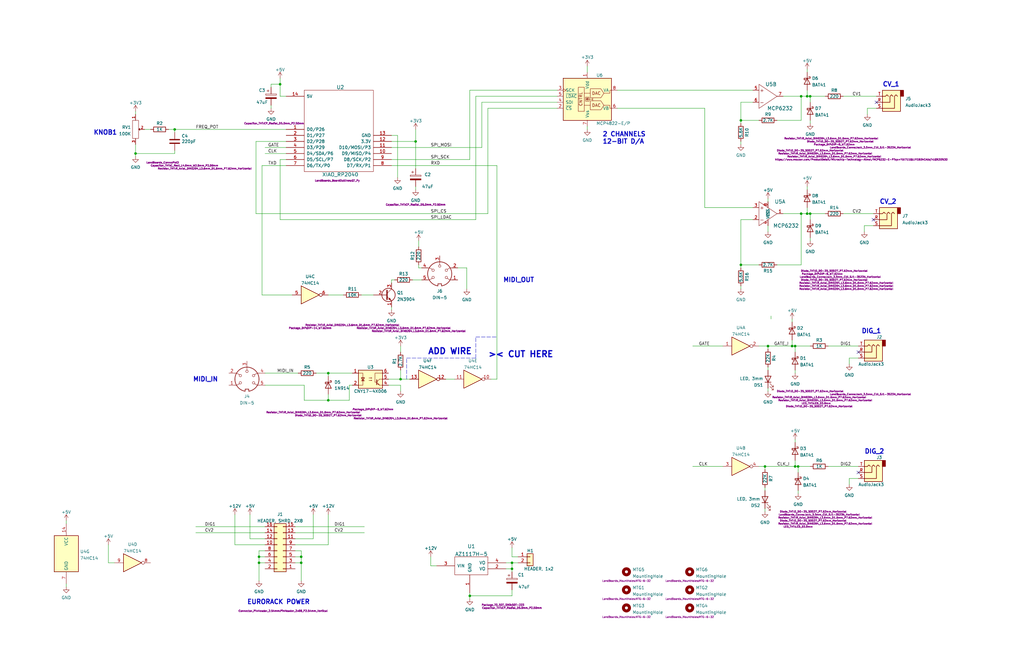
<source format=kicad_sch>
(kicad_sch (version 20211123) (generator eeschema)
  (paper "B")
  (title_block (title "SYNTH MIDI CONTROLLER") (date "2022-10-11") (rev "1") (company "LAND BOARDS LLC") (comment 1 "https://note.com/solder_state/n/n17e028497eba"))
  (junction (at 337.82 40.64))
  (junction (at 127 237.49))
  (junction (at 109.22 234.95))
  (junction (at 175.26 59.69))
  (junction (at 341.63 90.17))
  (junction (at 138.43 168.91))
  (junction (at 198.12 251.46))
  (junction (at 341.63 40.64))
  (junction (at 118.11 35.56))
  (junction (at 312.42 111.76))
  (junction (at 340.36 40.64))
  (junction (at 127 234.95))
  (junction (at 334.01 146.05))
  (junction (at 138.43 157.48))
  (junction (at 335.28 146.05))
  (junction (at 323.85 146.05))
  (junction (at 335.28 196.85))
  (junction (at 57.15 64.77))
  (junction (at 337.82 90.17))
  (junction (at 336.55 196.85))
  (junction (at 73.66 54.61))
  (junction (at 168.91 160.02))
  (junction (at 215.9 240.03))
  (junction (at 215.9 237.49))
  (junction (at 340.36 90.17))
  (junction (at 109.22 237.49))
  (junction (at 312.42 50.8))
  (junction (at 322.58 196.85))
  (no_connect (at 361.95 148.59))
  (no_connect (at 369.57 43.18))
  (no_connect (at 361.95 199.39))
  (no_connect (at 368.3 92.71))
  (wire (pts (xy 138.43 168.91) (xy 138.43 166.37)))
  (wire (pts (xy 99.06 217.17) (xy 99.06 229.87)))
  (wire (pts (xy 127 234.95) (xy 127 237.49)))
  (wire (pts (xy 60.96 54.61) (xy 63.5 54.61)))
  (wire (pts (xy 57.15 64.77) (xy 57.15 60.96)))
  (wire (pts (xy 163.83 162.56) (xy 168.91 162.56)))
  (wire (pts (xy 213.36 237.49) (xy 215.9 237.49)))
  (wire (pts (xy 355.6 90.17) (xy 368.3 90.17)))
  (wire (pts (xy 128.27 168.91) (xy 138.43 168.91)))
  (wire (pts (xy 165.1 59.69) (xy 175.26 59.69)))
  (wire (pts (xy 124.46 229.87) (xy 138.43 229.87)))
  (wire (pts (xy 340.36 29.21) (xy 340.36 30.48)))
  (wire (pts (xy 205.74 45.72) (xy 205.74 90.17)))
  (wire (pts (xy 213.36 240.03) (xy 215.9 240.03)))
  (polyline (pts (xy 200.66 142.24) (xy 209.55 142.24)))
  (wire (pts (xy 147.32 168.91) (xy 147.32 162.56)))
  (wire (pts (xy 312.42 50.8) (xy 312.42 43.18)))
  (wire (pts (xy 323.85 95.25) (xy 323.85 97.79)))
  (wire (pts (xy 335.28 146.05) (xy 335.28 148.59)))
  (wire (pts (xy 340.36 78.74) (xy 340.36 80.01)))
  (wire (pts (xy 196.85 113.03) (xy 196.85 121.92)))
  (wire (pts (xy 138.43 168.91) (xy 147.32 168.91)))
  (wire (pts (xy 120.65 67.31) (xy 118.11 67.31)))
  (wire (pts (xy 364.49 95.25) (xy 368.3 95.25)))
  (wire (pts (xy 198.12 251.46) (xy 215.9 251.46)))
  (wire (pts (xy 114.3 45.72) (xy 114.3 44.45)))
  (wire (pts (xy 124.46 222.25) (xy 153.67 222.25)))
  (wire (pts (xy 337.82 40.64) (xy 340.36 40.64)))
  (wire (pts (xy 118.11 92.71) (xy 200.66 92.71)))
  (wire (pts (xy 176.53 101.6) (xy 176.53 104.14)))
  (wire (pts (xy 152.4 124.46) (xy 157.48 124.46)))
  (wire (pts (xy 322.58 215.9) (xy 322.58 214.63)))
  (wire (pts (xy 27.94 246.38) (xy 27.94 247.65)))
  (wire (pts (xy 334.01 134.62) (xy 334.01 135.89)))
  (wire (pts (xy 320.04 50.8) (xy 312.42 50.8)))
  (wire (pts (xy 365.76 48.26) (xy 365.76 45.72)))
  (wire (pts (xy 176.53 113.03) (xy 177.8 113.03)))
  (wire (pts (xy 358.14 153.67) (xy 358.14 151.13)))
  (wire (pts (xy 335.28 194.31) (xy 335.28 196.85)))
  (wire (pts (xy 168.91 162.56) (xy 168.91 165.1)))
  (wire (pts (xy 138.43 217.17) (xy 138.43 229.87)))
  (wire (pts (xy 181.61 238.76) (xy 184.15 238.76)))
  (wire (pts (xy 111.76 229.87) (xy 99.06 229.87)))
  (wire (pts (xy 341.63 40.64) (xy 341.63 43.18)))
  (wire (pts (xy 107.95 59.69) (xy 107.95 90.17)))
  (wire (pts (xy 215.9 234.95) (xy 215.9 231.14)))
  (wire (pts (xy 111.76 62.23) (xy 120.65 62.23)))
  (wire (pts (xy 118.11 40.64) (xy 118.11 35.56)))
  (wire (pts (xy 336.55 196.85) (xy 336.55 199.39)))
  (wire (pts (xy 124.46 232.41) (xy 127 232.41)))
  (wire (pts (xy 336.55 196.85) (xy 341.63 196.85)))
  (wire (pts (xy 334.01 143.51) (xy 334.01 146.05)))
  (wire (pts (xy 118.11 35.56) (xy 118.11 33.02)))
  (wire (pts (xy 337.82 90.17) (xy 340.36 90.17)))
  (wire (pts (xy 73.66 54.61) (xy 73.66 55.88)))
  (wire (pts (xy 358.14 151.13) (xy 361.95 151.13)))
  (wire (pts (xy 335.28 185.42) (xy 335.28 186.69)))
  (wire (pts (xy 45.72 229.87) (xy 45.72 237.49)))
  (wire (pts (xy 312.42 59.69) (xy 312.42 60.96)))
  (wire (pts (xy 312.42 43.18) (xy 317.5 43.18)))
  (wire (pts (xy 198.12 251.46) (xy 198.12 252.73)))
  (wire (pts (xy 118.11 40.64) (xy 120.65 40.64)))
  (wire (pts (xy 110.49 69.85) (xy 110.49 124.46)))
  (wire (pts (xy 82.55 222.25) (xy 111.76 222.25)))
  (wire (pts (xy 327.66 111.76) (xy 337.82 111.76)))
  (wire (pts (xy 323.85 146.05) (xy 334.01 146.05)))
  (wire (pts (xy 111.76 232.41) (xy 109.22 232.41)))
  (wire (pts (xy 147.32 162.56) (xy 148.59 162.56)))
  (wire (pts (xy 323.85 156.21) (xy 323.85 154.94)))
  (wire (pts (xy 364.49 97.79) (xy 364.49 95.25)))
  (wire (pts (xy 358.14 204.47) (xy 358.14 201.93)))
  (wire (pts (xy 292.1 146.05) (xy 304.8 146.05)))
  (wire (pts (xy 322.58 196.85) (xy 335.28 196.85)))
  (polyline (pts (xy 200.66 151.13) (xy 200.66 142.24)))
  (wire (pts (xy 215.9 240.03) (xy 215.9 241.3)))
  (wire (pts (xy 320.04 146.05) (xy 323.85 146.05)))
  (wire (pts (xy 111.76 227.33) (xy 105.41 227.33)))
  (wire (pts (xy 109.22 237.49) (xy 111.76 237.49)))
  (wire (pts (xy 203.2 62.23) (xy 203.2 43.18)))
  (wire (pts (xy 118.11 35.56) (xy 114.3 35.56)))
  (wire (pts (xy 341.63 90.17) (xy 341.63 92.71)))
  (wire (pts (xy 312.42 92.71) (xy 317.5 92.71)))
  (wire (pts (xy 120.65 59.69) (xy 107.95 59.69)))
  (wire (pts (xy 138.43 157.48) (xy 138.43 158.75)))
  (wire (pts (xy 168.91 160.02) (xy 172.72 160.02)))
  (wire (pts (xy 341.63 52.07) (xy 341.63 50.8)))
  (wire (pts (xy 187.96 160.02) (xy 191.77 160.02)))
  (wire (pts (xy 110.49 124.46) (xy 123.19 124.46)))
  (wire (pts (xy 176.53 113.03) (xy 176.53 111.76)))
  (wire (pts (xy 341.63 90.17) (xy 347.98 90.17)))
  (wire (pts (xy 127 232.41) (xy 127 234.95)))
  (wire (pts (xy 312.42 111.76) (xy 312.42 113.03)))
  (wire (pts (xy 71.12 54.61) (xy 73.66 54.61)))
  (wire (pts (xy 320.04 196.85) (xy 322.58 196.85)))
  (wire (pts (xy 165.1 69.85) (xy 209.55 69.85)))
  (wire (pts (xy 163.83 160.02) (xy 168.91 160.02)))
  (wire (pts (xy 124.46 224.79) (xy 153.67 224.79)))
  (wire (pts (xy 200.66 40.64) (xy 200.66 92.71)))
  (wire (pts (xy 107.95 90.17) (xy 205.74 90.17)))
  (wire (pts (xy 337.82 111.76) (xy 337.82 90.17)))
  (wire (pts (xy 165.1 62.23) (xy 203.2 62.23)))
  (wire (pts (xy 335.28 196.85) (xy 336.55 196.85)))
  (wire (pts (xy 312.42 120.65) (xy 312.42 121.92)))
  (polyline (pts (xy 171.45 160.02) (xy 171.45 151.13)))
  (wire (pts (xy 57.15 66.04) (xy 57.15 64.77)))
  (wire (pts (xy 133.35 157.48) (xy 138.43 157.48)))
  (wire (pts (xy 165.1 67.31) (xy 198.12 67.31)))
  (wire (pts (xy 165.1 119.38) (xy 165.1 118.11)))
  (wire (pts (xy 109.22 232.41) (xy 109.22 234.95)))
  (wire (pts (xy 168.91 160.02) (xy 168.91 156.21)))
  (wire (pts (xy 165.1 57.15) (xy 167.64 57.15)))
  (wire (pts (xy 207.01 160.02) (xy 209.55 160.02)))
  (wire (pts (xy 73.66 54.61) (xy 120.65 54.61)))
  (wire (pts (xy 198.12 38.1) (xy 198.12 67.31)))
  (wire (pts (xy 138.43 124.46) (xy 144.78 124.46)))
  (wire (pts (xy 323.85 83.82) (xy 323.85 85.09)))
  (wire (pts (xy 203.2 43.18) (xy 234.95 43.18)))
  (wire (pts (xy 340.36 38.1) (xy 340.36 40.64)))
  (wire (pts (xy 175.26 80.01) (xy 175.26 78.74)))
  (wire (pts (xy 45.72 237.49) (xy 48.26 237.49)))
  (wire (pts (xy 200.66 40.64) (xy 234.95 40.64)))
  (wire (pts (xy 323.85 165.1) (xy 323.85 163.83)))
  (wire (pts (xy 181.61 234.95) (xy 181.61 238.76)))
  (wire (pts (xy 340.36 90.17) (xy 341.63 90.17)))
  (wire (pts (xy 247.65 53.34) (xy 247.65 54.61)))
  (wire (pts (xy 218.44 234.95) (xy 215.9 234.95)))
  (wire (pts (xy 297.18 87.63) (xy 317.5 87.63)))
  (wire (pts (xy 260.35 38.1) (xy 317.5 38.1)))
  (wire (pts (xy 165.1 129.54) (xy 165.1 130.81)))
  (wire (pts (xy 335.28 157.48) (xy 335.28 156.21)))
  (wire (pts (xy 109.22 237.49) (xy 109.22 245.11)))
  (wire (pts (xy 297.18 45.72) (xy 297.18 87.63)))
  (wire (pts (xy 260.35 45.72) (xy 297.18 45.72)))
  (wire (pts (xy 337.82 50.8) (xy 337.82 40.64)))
  (wire (pts (xy 341.63 40.64) (xy 347.98 40.64)))
  (wire (pts (xy 340.36 40.64) (xy 341.63 40.64)))
  (wire (pts (xy 138.43 157.48) (xy 148.59 157.48)))
  (wire (pts (xy 327.66 50.8) (xy 337.82 50.8)))
  (wire (pts (xy 114.3 35.56) (xy 114.3 36.83)))
  (wire (pts (xy 132.08 227.33) (xy 132.08 217.17)))
  (wire (pts (xy 198.12 250.19) (xy 198.12 251.46)))
  (wire (pts (xy 111.76 162.56) (xy 128.27 162.56)))
  (wire (pts (xy 215.9 251.46) (xy 215.9 248.92)))
  (wire (pts (xy 215.9 237.49) (xy 218.44 237.49)))
  (wire (pts (xy 325.12 133.35) (xy 325.12 134.62)))
  (wire (pts (xy 341.63 101.6) (xy 341.63 100.33)))
  (wire (pts (xy 358.14 201.93) (xy 361.95 201.93)))
  (wire (pts (xy 127 237.49) (xy 127 245.11)))
  (wire (pts (xy 334.01 146.05) (xy 335.28 146.05)))
  (wire (pts (xy 73.66 63.5) (xy 73.66 64.77)))
  (wire (pts (xy 349.25 196.85) (xy 361.95 196.85)))
  (wire (pts (xy 215.9 240.03) (xy 215.9 237.49)))
  (wire (pts (xy 234.95 45.72) (xy 205.74 45.72)))
  (wire (pts (xy 57.15 46.99) (xy 57.15 48.26)))
  (wire (pts (xy 109.22 234.95) (xy 111.76 234.95)))
  (wire (pts (xy 175.26 54.61) (xy 175.26 59.69)))
  (wire (pts (xy 312.42 50.8) (xy 312.42 52.07)))
  (wire (pts (xy 330.2 90.17) (xy 337.82 90.17)))
  (wire (pts (xy 128.27 162.56) (xy 128.27 168.91)))
  (wire (pts (xy 109.22 234.95) (xy 109.22 237.49)))
  (wire (pts (xy 118.11 67.31) (xy 118.11 92.71)))
  (wire (pts (xy 193.04 113.03) (xy 196.85 113.03)))
  (wire (pts (xy 322.58 196.85) (xy 322.58 198.12)))
  (wire (pts (xy 57.15 64.77) (xy 73.66 64.77)))
  (wire (pts (xy 124.46 237.49) (xy 127 237.49)))
  (wire (pts (xy 82.55 224.79) (xy 111.76 224.79)))
  (wire (pts (xy 168.91 146.05) (xy 168.91 148.59)))
  (wire (pts (xy 165.1 118.11) (xy 166.37 118.11)))
  (wire (pts (xy 292.1 196.85) (xy 304.8 196.85)))
  (wire (pts (xy 167.64 57.15) (xy 167.64 74.93)))
  (wire (pts (xy 349.25 146.05) (xy 361.95 146.05)))
  (wire (pts (xy 365.76 45.72) (xy 369.57 45.72)))
  (wire (pts (xy 124.46 227.33) (xy 132.08 227.33)))
  (wire (pts (xy 312.42 111.76) (xy 312.42 92.71)))
  (wire (pts (xy 105.41 227.33) (xy 105.41 217.17)))
  (wire (pts (xy 336.55 208.28) (xy 336.55 207.01)))
  (polyline (pts (xy 171.45 151.13) (xy 200.66 151.13)))
  (wire (pts (xy 330.2 40.64) (xy 337.82 40.64)))
  (wire (pts (xy 124.46 234.95) (xy 127 234.95)))
  (wire (pts (xy 209.55 69.85) (xy 209.55 160.02)))
  (wire (pts (xy 125.73 157.48) (xy 111.76 157.48)))
  (wire (pts (xy 322.58 205.74) (xy 322.58 207.01)))
  (wire (pts (xy 111.76 64.77) (xy 120.65 64.77)))
  (wire (pts (xy 120.65 69.85) (xy 110.49 69.85)))
  (wire (pts (xy 320.04 111.76) (xy 312.42 111.76)))
  (wire (pts (xy 335.28 146.05) (xy 341.63 146.05)))
  (wire (pts (xy 247.65 27.94) (xy 247.65 30.48)))
  (wire (pts (xy 175.26 71.12) (xy 175.26 59.69)))
  (wire (pts (xy 173.99 118.11) (xy 177.8 118.11)))
  (wire (pts (xy 340.36 87.63) (xy 340.36 90.17)))
  (wire (pts (xy 198.12 38.1) (xy 234.95 38.1)))
  (wire (pts (xy 323.85 146.05) (xy 323.85 147.32)))
  (wire (pts (xy 27.94 219.71) (xy 27.94 220.98)))
  (wire (pts (xy 355.6 40.64) (xy 369.57 40.64)))
  (text "CV_2" (at 370.84 86.36 0) (effects (font (size 1.905 1.905) (thickness 0.381) bold) (justify left bottom)))
  (text "DIG_1" (at 363.22 140.97 0) (effects (font (size 1.905 1.905) (thickness 0.381) bold) (justify left bottom)))
  (text "MIDI_IN" (at 81.28 161.29 0) (effects (font (size 1.905 1.905) (thickness 0.381) bold) (justify left bottom)))
  (text "2 CHANNELS\n12-BIT D/A" (at 254 60.96 0) (effects (font (size 1.905 1.905) (thickness 0.381) bold) (justify left bottom)))
  (text "KNOB1" (at 39.37 57.15 0) (effects (font (size 1.905 1.905) (thickness 0.381) bold) (justify left bottom)))
  (text "ADD WIRE" (at 180.34 149.86 0) (effects (font (size 2.54 2.54) (thickness 0.508) bold) (justify left bottom)))
  (text ">< CUT HERE" (at 205.74 151.13 0) (effects (font (size 2.54 2.54) (thickness 0.508) bold) (justify left bottom)))
  (text "MIDI_OUT" (at 212.09 119.38 0) (effects (font (size 1.905 1.905) (thickness 0.381) bold) (justify left bottom)))
  (text "DIG_2" (at 364.49 191.77 0) (effects (font (size 1.905 1.905) (thickness 0.381) bold) (justify left bottom)))
  (text "CV_1" (at 372.11 36.83 0) (effects (font (size 1.905 1.905) (thickness 0.381) bold) (justify left bottom)))
  (text "EURORACK POWER" (at 104.14 255.27 0) (effects (font (size 1.905 1.905) (thickness 0.381) bold) (justify left bottom)))
  (label "SPI_CS" (at 181.61 90.17 0))
  (label "DIG2" (at 354.33 196.85 0))
  (label "CV2" (at 140.97 224.79 0))
  (label "SPI_SCK" (at 181.61 67.31 0))
  (label "CV2" (at 86.36 224.79 0))
  (label "TXD" (at 113.03 69.85 0))
  (label "FREQ_POT" (at 82.55 54.61 0))
  (label "RXD" (at 181.61 69.85 0))
  (label "MIDI_IN" (at 116.84 157.48 0))
  (label "DIG1" (at 140.97 222.25 0))
  (label "DIG1" (at 354.33 146.05 0))
  (label "DIG1" (at 86.36 222.25 0))
  (label "SPI_MOSI" (at 181.61 62.23 0))
  (label "SPI_LDAC" (at 181.61 92.71 0))
  (label "CLK" (at 294.64 196.85 0))
  (label "GATE" (at 113.03 62.23 0))
  (label "CLK_I" (at 327.66 196.85 0))
  (label "GATE_I" (at 326.39 146.05 0))
  (label "CV2" (at 359.41 90.17 0))
  (label "CV1" (at 359.41 40.64 0))
  (label "GATE" (at 294.64 146.05 0))
  (label "CLK" (at 113.03 64.77 0))
  (symbol (lib_id "power:GND") (at 167.64 74.93 0) (unit 1)
    (property "Reference" "#PWR0105" (effects hide))
    (property "Value" "GND" (at 167.64 79.4925 0))
  )
  (symbol (lib_id "Device:R") (at 323.85 50.8 90) (unit 1)
    (property "Reference" "R9" (at 323.85 48.26 90))
    (property "Value" "2.7K" (at 323.85 50.8 90))
    (property "Footprint" "Resistor_THT:R_Axial_DIN0204_L3.6mm_D1.6mm_P7.62mm_Horizontal" (at 347.98 64.77 90) (effects (font (size 0.762 0.762))))
    (property "Datasheet" "https://www.mouser.com/ProductDetail/Xicon/299-2.7K-RC?qs=vtYfS42NOfUyY19ul2jqBQ%3D%3D" (effects hide))
  )
  (symbol (lib_id "74xx:74HC04") (at 180.34 160.02 0) (unit 6)
    (property "Reference" "U4" (at 180.34 152.2435 0))
    (property "Value" "74HC14" (at 180.34 155.0186 0))
    (property "Footprint" "Package_DIP:DIP-14_W7.62mm" (effects hide))
    (property "Datasheet" "https://www.mouser.com/ProductDetail/Texas-Instruments/SN74HC14AN?qs=sGAEpiMZZMv4BkFy%252BbL2aIJCK6%252BNtS00ElKdLWJefGM%3D" (effects hide))
  )
  (symbol (lib_id "Device:D_Schottky") (at 341.63 46.99 270) (unit 1)
    (property "Reference" "D7" (at 343.662 45.764 90) (effects (justify left)))
    (property "Value" "BAT41" (at 343.662 48.5391 90) (effects (justify left)))
    (property "Footprint" "Diode_THT:D_DO-35_SOD27_P7.62mm_Horizontal" (at 341.63 63.5 90) (effects (font (size 0.762 0.762))))
    (property "Datasheet" "https://www.mouser.com/ProductDetail/511-BAT41" (effects hide))
  )
  (symbol (lib_id "power:+5V") (at 176.53 101.6 0) (unit 1)
    (property "Reference" "#PWR0107" (effects hide))
    (property "Value" "+5V" (at 176.53 97.9955 0))
  )
  (symbol (lib_id "Analog_DAC:MCP4822") (at 247.65 40.64 0) (unit 1)
    (property "Reference" "U6" (at 251.46 31.75 0) (effects (justify left)))
    (property "Value" "MCP4822-E/P" (at 251.46 52.07 0) (effects (justify left)))
    (property "Footprint" "Package_DIP:DIP-8_W7.62mm" (effects hide))
    (property "Datasheet" "http://ww1.microchip.com/downloads/en/DeviceDoc/20002249B.pdf" (effects hide))
  )
  (symbol (lib_id "power:GND") (at 196.85 121.92 0) (unit 1)
    (property "Reference" "#PWR0136" (effects hide))
    (property "Value" "GND" (at 196.85 126.4825 0))
  )
  (symbol (lib_id "Device:C_Polarized") (at 215.9 245.11 0) (unit 1)
    (property "Reference" "C1" (at 219.71 242.57 0))
    (property "Value" "47uF" (at 220.98 247.65 0))
    (property "Footprint" "Capacitor_THT:CP_Radial_D5.0mm_P2.50mm" (at 215.9 256.54 0) (effects (font (size 0.762 0.762))))
    (property "Datasheet" "https://www.mouser.com/ProductDetail/140-REA470M1CBK0511P" (effects hide))
  )
  (symbol (lib_id "power:+5V") (at 334.01 134.62 0) (unit 1)
    (property "Reference" "#PWR0110" (effects hide))
    (property "Value" "+5V" (at 334.01 131.0155 0))
  )
  (symbol (lib_id "Device:R") (at 129.54 157.48 90) (unit 1)
    (property "Reference" "R5" (at 129.54 154.94 90))
    (property "Value" "220" (at 129.54 157.48 90))
    (property "Footprint" "Resistor_THT:R_Axial_DIN0204_L3.6mm_D1.6mm_P7.62mm_Horizontal" (at 132.08 173.99 90) (effects (font (size 0.762 0.762))))
    (property "Datasheet" "https://www.mouser.com/ProductDetail/Xicon/299-220-RC?qs=MNX0Jdkv8mSgBtBJYBhvZQ%3D%3D" (effects hide))
  )
  (symbol (lib_id "power:GND") (at 109.22 245.11 0) (unit 1)
    (property "Reference" "#PWR0125" (effects hide))
    (property "Value" "GND" (at 109.22 249.6725 0))
  )
  (symbol (lib_id "74xx:74HC04") (at 312.42 196.85 0) (unit 2)
    (property "Reference" "U4" (at 312.42 189.0735 0))
    (property "Value" "74HC14" (at 312.42 191.8486 0))
    (property "Footprint" "Package_DIP:DIP-14_W7.62mm" (effects hide))
    (property "Datasheet" "https://www.mouser.com/ProductDetail/Texas-Instruments/SN74HC14AN?qs=sGAEpiMZZMv4BkFy%252BbL2aIJCK6%252BNtS00ElKdLWJefGM%3D" (effects hide))
  )
  (symbol (lib_id "Device:R") (at 67.31 54.61 90) (unit 1)
    (property "Reference" "R2" (at 67.31 52.07 90))
    (property "Value" "1K" (at 67.31 54.61 90))
    (property "Footprint" "Resistor_THT:R_Axial_DIN0204_L3.6mm_D1.6mm_P7.62mm_Horizontal" (at 86.36 71.12 90) (effects (font (size 0.762 0.762))))
    (property "Datasheet" "https://www.mouser.com/ProductDetail/Xicon/299-1K-RC?qs=LFVzBv9lGv703mrPrUE94Q%3D%3D" (effects hide))
  )
  (symbol (lib_id "power:GND") (at 198.12 252.73 0) (unit 1)
    (property "Reference" "#PWR0135" (effects hide))
    (property "Value" "GND" (at 198.12 257.2925 0))
  )
  (symbol (lib_id "LandBoards_Semis:MCP6002") (at 323.85 90.17 0) (unit 1)
    (property "Reference" "U5" (at 328.93 85.09 0) (effects (font (size 1.524 1.524))))
    (property "Value" "MCP6232" (at 331.47 95.25 0) (effects (font (size 1.524 1.524))))
    (property "Footprint" "Package_DIP:DIP-8_W7.62mm" (at 346.71 115.57 0) (effects (font (size 0.762 0.762))))
    (property "Datasheet" "https://www.mouser.com/ProductDetail/Microchip-Technology-Atmel/MCP6232-E-P?qs=YUl711QUJY1BDhCAUqTrLQ%3D%3D" (effects hide))
  )
  (symbol (lib_id "Device:C_Polarized") (at 114.3 40.64 0) (unit 1)
    (property "Reference" "C3" (at 110.49 38.1 0))
    (property "Value" "47uF" (at 110.49 43.18 0))
    (property "Footprint" "Capacitor_THT:CP_Radial_D5.0mm_P2.50mm" (at 115.57 52.07 0) (effects (font (size 0.762 0.762))))
    (property "Datasheet" "https://www.mouser.com/ProductDetail/140-REA470M1CBK0511P" (effects hide))
  )
  (symbol (lib_id "Device:C") (at 73.66 59.69 0) (unit 1)
    (property "Reference" "C4" (at 76.581 57.3786 0) (effects (justify left)))
    (property "Value" "220pF" (at 76.581 59.69 0) (effects (justify left)))
    (property "Footprint" "Capacitor_THT:C_Rect_L4.0mm_W2.5mm_P2.50mm" (at 63.5 69.85 0) (effects (font (size 0.762 0.762)) (justify left)))
    (property "Datasheet" "https://www.mouser.com/ProductDetail/Vishay-BC-Components/K221K10X7RF5UH5?qs=sGAEpiMZZMuMW9TJLBQkXu2c9BtsLrsC%252BWONpigCilU%3D" (effects hide))
  )
  (symbol (lib_id "power:GND") (at 358.14 204.47 0) (unit 1)
    (property "Reference" "#PWR0131" (effects hide))
    (property "Value" "GND" (at 358.14 209.0325 0))
  )
  (symbol (lib_id "power:+5V") (at 215.9 231.14 0) (unit 1)
    (property "Reference" "#PWR0134" (effects hide))
    (property "Value" "+5V" (at 215.9 227.5355 0))
  )
  (symbol (lib_id "Connector:DIN-5") (at 104.14 160.02 0) (unit 1)
    (property "Reference" "J4" (at 104.1401 167.2495 0))
    (property "Value" "DIN-5" (at 104.1401 170.0246 0))
    (property "Footprint" "LandBoards_Conns:MIDI_DIN-5" (effects hide))
    (property "Datasheet" "http://www.mouser.com/ds/2/18/40_c091_abd_e-75918.pdf" (effects hide))
  )
  (symbol (lib_id "Mechanical:MountingHole") (at 264.16 248.92 0) (unit 1)
    (property "Reference" "MTG1" (at 266.7 248.0115 0) (effects (justify left)))
    (property "Value" "MountingHole" (at 266.7 250.7866 0) (effects (justify left)))
    (property "Footprint" "LandBoards_MountHoles:MTG-6-32" (at 264.16 252.73 0) (effects (font (size 0.762 0.762))))
  )
  (symbol (lib_id "Device:R") (at 170.18 118.11 90) (unit 1)
    (property "Reference" "R13" (at 170.18 115.57 90))
    (property "Value" "220" (at 170.18 118.11 90))
    (property "Footprint" "Resistor_THT:R_Axial_DIN0204_L3.6mm_D1.6mm_P7.62mm_Horizontal" (at 170.18 138.43 90) (effects (font (size 0.762 0.762))))
    (property "Datasheet" "https://www.mouser.com/ProductDetail/Xicon/299-220-RC?qs=MNX0Jdkv8mSgBtBJYBhvZQ%3D%3D" (effects hide))
  )
  (symbol (lib_id "Device:D_Schottky") (at 340.36 34.29 270) (unit 1)
    (property "Reference" "D6" (at 342.392 33.064 90) (effects (justify left)))
    (property "Value" "BAT41" (at 342.392 35.8391 90) (effects (justify left)))
    (property "Footprint" "Diode_THT:D_DO-35_SOD27_P7.62mm_Horizontal" (at 354.33 59.69 90) (effects (font (size 0.762 0.762))))
    (property "Datasheet" "https://www.mouser.com/ProductDetail/511-BAT41" (effects hide))
  )
  (symbol (lib_id "power:GND") (at 358.14 153.67 0) (unit 1)
    (property "Reference" "#PWR0112" (effects hide))
    (property "Value" "GND" (at 358.14 158.2325 0))
  )
  (symbol (lib_id "power:+5V") (at 45.72 229.87 0) (unit 1)
    (property "Reference" "#PWR0132" (effects hide))
    (property "Value" "+5V" (at 45.72 226.2655 0))
  )
  (symbol (lib_id "power:+5V") (at 340.36 29.21 0) (unit 1)
    (property "Reference" "#PWR0103" (effects hide))
    (property "Value" "+5V" (at 340.36 25.6055 0))
  )
  (symbol (lib_id "Device:LED") (at 323.85 160.02 90) (unit 1)
    (property "Reference" "DS1" (at 321.818 162.516 90) (effects (justify left)))
    (property "Value" "LED, 3mm" (at 321.818 159.7409 90) (effects (justify left)))
    (property "Footprint" "LED_THT:LED_D3.0mm" (at 344.17 170.18 90) (effects (font (size 0.762 0.762))))
  )
  (symbol (lib_id "Device:R") (at 345.44 146.05 90) (unit 1)
    (property "Reference" "R3" (at 345.44 143.51 90))
    (property "Value" "1K" (at 345.44 146.05 90))
    (property "Footprint" "Resistor_THT:R_Axial_DIN0204_L3.6mm_D1.6mm_P7.62mm_Horizontal" (at 345.44 167.64 90) (effects (font (size 0.762 0.762))))
    (property "Datasheet" "https://www.mouser.com/ProductDetail/Xicon/299-1K-RC?qs=LFVzBv9lGv703mrPrUE94Q%3D%3D" (effects hide))
  )
  (symbol (lib_id "Device:D_Schottky") (at 341.63 96.52 270) (unit 1)
    (property "Reference" "D9" (at 343.662 95.294 90) (effects (justify left)))
    (property "Value" "BAT41" (at 343.662 98.0691 90) (effects (justify left)))
    (property "Footprint" "Diode_THT:D_DO-35_SOD27_P7.62mm_Horizontal" (at 351.79 118.11 90) (effects (font (size 0.762 0.762))))
    (property "Datasheet" "https://www.mouser.com/ProductDetail/511-BAT41" (effects hide))
  )
  (symbol (lib_id "Connector:AudioJack3") (at 373.38 92.71 180) (unit 1)
    (property "Reference" "J7" (at 380.4919 91.1665 0) (effects (justify right)))
    (property "Value" "AudioJack3" (at 380.4919 93.9416 0) (effects (justify right)))
    (property "Footprint" "LandBoards_Conns:Jack_3.5mm_CUI_SJ1-3523N_Horizontal" (at 354.33 116.84 0) (effects (font (size 0.762 0.762))))
    (property "Datasheet" "https://www.mouser.com/ProductDetail/490-SJ1-3523N" (effects hide))
  )
  (symbol (lib_id "power:+12V") (at 99.06 217.17 0) (unit 1)
    (property "Reference" "#PWR0129" (effects hide))
    (property "Value" "+12V" (at 99.06 213.5655 0))
  )
  (symbol (lib_id "Isolator:4N26") (at 156.21 160.02 0) (unit 1)
    (property "Reference" "U3" (at 156.21 154.94 0))
    (property "Value" "CNY17-4X006" (at 156.21 165.1 0))
    (property "Footprint" "Package_DIP:DIP-6_W7.62mm" (at 148.59 172.72 0) (effects (font (size 0.762 0.762) italic) (justify left)))
    (property "Datasheet" "https://www.mouser.com/ProductDetail/Vishay-Semiconductors/CNY17-4X006?qs=%2Fjqivxn91ccVZaHNJrlaNA%3D%3D" (effects hide))
  )
  (symbol (lib_id "Mechanical:MountingHole") (at 290.83 248.92 0) (unit 1)
    (property "Reference" "MTG2" (at 293.37 248.0115 0) (effects (justify left)))
    (property "Value" "MountingHole" (at 293.37 250.7866 0) (effects (justify left)))
    (property "Footprint" "LandBoards_MountHoles:MTG-6-32" (at 290.83 252.73 0) (effects (font (size 0.762 0.762))))
  )
  (symbol (lib_id "Transistor_BJT:2N3904") (at 162.56 124.46 0) (unit 1)
    (property "Reference" "Q1" (at 167.4113 123.5515 0) (effects (justify left)))
    (property "Value" "2N3904" (at 167.4113 126.3266 0) (effects (justify left)))
    (property "Footprint" "Package_TO_SOT_THT:TO-92_Inline" (effects hide))
    (property "Datasheet" "https://www.mouser.com/ProductDetail/onsemi-Fairchild/2N3904BU?qs=or4AE2qAS%252Bd0Jdpn%2F8ktKg%3D%3D" (effects hide))
  )
  (symbol (lib_id "Device:D_Schottky") (at 138.43 162.56 270) (unit 1)
    (property "Reference" "D5" (at 140.97 161.29 90) (effects (justify left)))
    (property "Value" "1N914" (at 140.97 163.83 90) (effects (justify left)))
    (property "Footprint" "Diode_THT:D_DO-35_SOD27_P7.62mm_Horizontal" (at 138.43 175.26 90) (effects (font (size 0.762 0.762))))
  )
  (symbol (lib_id "LandBoards_Semis:AP1117") (at 200.66 237.49 0) (unit 1)
    (property "Reference" "U1" (at 198.755 230.5461 0) (effects (font (size 1.524 1.524))))
    (property "Value" "AZ1117H-5" (at 198.755 233.8251 0) (effects (font (size 1.524 1.524))))
    (property "Footprint" "Package_TO_SOT_SMD:SOT-223" (at 212.09 255.27 0) (effects (font (size 0.762 0.762))))
    (property "Datasheet" "https://www.mouser.com/ProductDetail/Diodes-Incorporated/AZ1117H-5.0TRG1?qs=5V6w%252Be2aIqZ8sF7chzoKCQ%3D%3D" (effects hide))
  )
  (symbol (lib_id "Device:R") (at 323.85 111.76 90) (unit 1)
    (property "Reference" "R15" (at 323.85 114.3 90))
    (property "Value" "2.7K" (at 323.85 111.76 90))
    (property "Footprint" "Resistor_THT:R_Axial_DIN0204_L3.6mm_D1.6mm_P7.62mm_Horizontal" (at 356.87 120.65 90) (effects (font (size 0.762 0.762))))
    (property "Datasheet" "https://www.mouser.com/ProductDetail/Xicon/299-2.7K-RC?qs=vtYfS42NOfUyY19ul2jqBQ%3D%3D" (effects hide))
  )
  (symbol (lib_id "Device:R") (at 322.58 201.93 180) (unit 1)
    (property "Reference" "R7" (at 325.12 201.93 90))
    (property "Value" "22K" (at 322.58 201.93 90))
    (property "Footprint" "Resistor_THT:R_Axial_DIN0204_L3.6mm_D1.6mm_P7.62mm_Horizontal" (at 347.98 220.98 0) (effects (font (size 0.762 0.762))))
    (property "Datasheet" "https://www.mouser.com/ProductDetail/Xicon/299-22K-RC?qs=TIe0t8ne477uPubRcnOArw%3D%3D" (effects hide))
  )
  (symbol (lib_id "Connector_Generic:Conn_01x02") (at 223.52 234.95 0) (unit 1)
    (property "Reference" "H1" (at 222.25 232.41 0) (effects (justify left)))
    (property "Value" "HEADER, 1x2" (at 220.98 240.03 0) (effects (justify left)))
    (property "Footprint" "Connector_PinHeader_2.54mm:PinHeader_1x02_P2.54mm_Vertical" (effects hide))
  )
  (symbol (lib_id "Device:R") (at 176.53 107.95 180) (unit 1)
    (property "Reference" "R12" (at 173.99 107.95 90))
    (property "Value" "220" (at 176.53 107.95 90))
    (property "Footprint" "Resistor_THT:R_Axial_DIN0204_L3.6mm_D1.6mm_P7.62mm_Horizontal" (at 176.53 139.7 0) (effects (font (size 0.762 0.762))))
    (property "Datasheet" "https://www.mouser.com/ProductDetail/Xicon/299-220-RC?qs=MNX0Jdkv8mSgBtBJYBhvZQ%3D%3D" (effects hide))
  )
  (symbol (lib_id "power:GND") (at 335.28 157.48 0) (unit 1)
    (property "Reference" "#PWR0113" (effects hide))
    (property "Value" "GND" (at 335.28 162.0425 0))
  )
  (symbol (lib_id "Device:R") (at 312.42 55.88 180) (unit 1)
    (property "Reference" "R10" (at 314.96 55.88 90))
    (property "Value" "5.6K" (at 312.42 55.88 90))
    (property "Footprint" "Resistor_THT:R_Axial_DIN0204_L3.6mm_D1.6mm_P7.62mm_Horizontal" (at 350.52 58.42 0) (effects (font (size 0.762 0.762))))
    (property "Datasheet" "https://www.mouser.com/ProductDetail/Xicon/299-5.6K-RC?qs=ck9SSO%252BOQ2aKurax%2FhHA9Q%3D%3D" (effects hide))
  )
  (symbol (lib_id "Device:R") (at 168.91 152.4 180) (unit 1)
    (property "Reference" "R1" (at 166.37 152.4 90))
    (property "Value" "2.7K" (at 168.91 152.4 90))
    (property "Footprint" "Resistor_THT:R_Axial_DIN0204_L3.6mm_D1.6mm_P7.62mm_Horizontal" (at 168.91 176.53 0) (effects (font (size 0.762 0.762))))
    (property "Datasheet" "https://www.mouser.com/ProductDetail/Xicon/299-2.7K-RC?qs=vtYfS42NOfUyY19ul2jqBQ%3D%3D" (effects hide))
  )
  (symbol (lib_id "LandBoards_Semis:MCP6002") (at 323.85 40.64 0) (unit 2)
    (property "Reference" "U5" (at 325.12 35.56 0) (effects (font (size 1.524 1.524))))
    (property "Value" "MCP6232" (at 328.93 45.72 0) (effects (font (size 1.524 1.524))))
    (property "Footprint" "Package_DIP:DIP-8_W7.62mm" (at 351.79 60.96 0) (effects (font (size 0.762 0.762))))
    (property "Datasheet" "https://www.mouser.com/ProductDetail/Microchip-Technology-Atmel/MCP6232-E-P?qs=YUl711QUJY1BDhCAUqTrLQ%3D%3D" (at 363.22 67.31 0) (effects (font (size 0.762 0.762))))
  )
  (symbol (lib_id "power:GND") (at 27.94 247.65 0) (unit 1)
    (property "Reference" "#PWR0141" (effects hide))
    (property "Value" "GND" (at 27.94 252.2125 0))
  )
  (symbol (lib_id "Connector:DIN-5") (at 185.42 115.57 0) (mirror y) (unit 1)
    (property "Reference" "J6" (at 185.4199 122.7995 0))
    (property "Value" "DIN-5" (at 185.4199 125.5746 0))
    (property "Footprint" "LandBoards_Conns:MIDI_DIN-5" (effects hide))
    (property "Datasheet" "http://www.mouser.com/ds/2/18/40_c091_abd_e-75918.pdf" (effects hide))
  )
  (symbol (lib_id "power:GND") (at 365.76 48.26 0) (unit 1)
    (property "Reference" "#PWR0102" (effects hide))
    (property "Value" "GND" (at 365.76 52.8225 0))
  )
  (symbol (lib_id "74xx:74HC04") (at 312.42 146.05 0) (unit 1)
    (property "Reference" "U4" (at 312.42 138.2735 0))
    (property "Value" "74HC14" (at 312.42 141.0486 0))
    (property "Footprint" "Package_DIP:DIP-14_W7.62mm" (effects hide))
    (property "Datasheet" "https://www.mouser.com/ProductDetail/Texas-Instruments/SN74HC14AN?qs=sGAEpiMZZMv4BkFy%252BbL2aIJCK6%252BNtS00ElKdLWJefGM%3D" (effects hide))
  )
  (symbol (lib_id "power:GND") (at 312.42 60.96 0) (unit 1)
    (property "Reference" "#PWR0109" (effects hide))
    (property "Value" "GND" (at 312.42 65.5225 0))
  )
  (symbol (lib_id "Connector:AudioJack3") (at 367.03 148.59 180) (unit 1)
    (property "Reference" "J2" (at 369.57 142.24 0) (effects (justify right)))
    (property "Value" "AudioJack3" (at 361.95 153.67 0) (effects (justify right)))
    (property "Footprint" "LandBoards_Conns:Jack_3.5mm_CUI_SJ1-3523N_Horizontal" (at 367.03 166.37 0) (effects (font (size 0.762 0.762))))
    (property "Datasheet" "https://www.mouser.com/ProductDetail/490-SJ1-3523N" (effects hide))
  )
  (symbol (lib_id "Mechanical:MountingHole") (at 264.16 256.54 0) (unit 1)
    (property "Reference" "MTG3" (at 266.7 255.6315 0) (effects (justify left)))
    (property "Value" "MountingHole" (at 266.7 258.4066 0) (effects (justify left)))
    (property "Footprint" "LandBoards_MountHoles:MTG-6-32" (at 264.16 260.35 0) (effects (font (size 0.762 0.762))))
  )
  (symbol (lib_id "Device:R") (at 345.44 196.85 90) (unit 1)
    (property "Reference" "R6" (at 345.44 194.31 90))
    (property "Value" "1K" (at 345.44 196.85 90))
    (property "Footprint" "Resistor_THT:R_Axial_DIN0204_L3.6mm_D1.6mm_P7.62mm_Horizontal" (at 347.98 218.44 90) (effects (font (size 0.762 0.762))))
    (property "Datasheet" "https://www.mouser.com/ProductDetail/Xicon/299-1K-RC?qs=LFVzBv9lGv703mrPrUE94Q%3D%3D" (effects hide))
  )
  (symbol (lib_id "power:GND") (at 322.58 215.9 0) (unit 1)
    (property "Reference" "#PWR0144" (effects hide))
    (property "Value" "GND" (at 322.58 220.4625 0))
  )
  (symbol (lib_id "power:+5V") (at 118.11 33.02 0) (unit 1)
    (property "Reference" "#PWR0118" (effects hide))
    (property "Value" "+5V" (at 118.11 29.4155 0))
  )
  (symbol (lib_id "Device:R") (at 312.42 116.84 180) (unit 1)
    (property "Reference" "R16" (at 314.96 116.84 90))
    (property "Value" "5.6K" (at 312.42 116.84 90))
    (property "Footprint" "Resistor_THT:R_Axial_DIN0204_L3.6mm_D1.6mm_P7.62mm_Horizontal" (at 356.87 119.38 0) (effects (font (size 0.762 0.762))))
    (property "Datasheet" "https://www.mouser.com/ProductDetail/Xicon/299-5.6K-RC?qs=ck9SSO%252BOQ2aKurax%2FhHA9Q%3D%3D" (effects hide))
  )
  (symbol (lib_id "power:GND") (at 168.91 165.1 0) (unit 1)
    (property "Reference" "#PWR0137" (effects hide))
    (property "Value" "GND" (at 168.91 169.6625 0))
  )
  (symbol (lib_id "power:GND") (at 165.1 130.81 0) (mirror y) (unit 1)
    (property "Reference" "#PWR0106" (effects hide))
    (property "Value" "GND" (at 165.1 135.3725 0))
  )
  (symbol (lib_id "74xx:74HC04") (at 55.88 237.49 0) (unit 4)
    (property "Reference" "U4" (at 55.88 229.7135 0))
    (property "Value" "74HC14" (at 55.88 232.4886 0))
    (property "Footprint" "Package_DIP:DIP-14_W7.62mm" (effects hide))
    (property "Datasheet" "https://www.mouser.com/ProductDetail/Texas-Instruments/SN74HC14AN?qs=sGAEpiMZZMv4BkFy%252BbL2aIJCK6%252BNtS00ElKdLWJefGM%3D" (effects hide))
  )
  (symbol (lib_id "Device:C_Polarized") (at 175.26 74.93 0) (unit 1)
    (property "Reference" "C2" (at 180.34 73.66 0))
    (property "Value" "47uF" (at 180.34 78.74 0))
    (property "Footprint" "Capacitor_THT:CP_Radial_D5.0mm_P2.50mm" (at 175.26 86.36 0) (effects (font (size 0.762 0.762))))
    (property "Datasheet" "https://www.mouser.com/ProductDetail/140-REA470M1CBK0511P" (effects hide))
  )
  (symbol (lib_id "power:GND") (at 175.26 80.01 0) (unit 1)
    (property "Reference" "#PWR0104" (effects hide))
    (property "Value" "GND" (at 175.26 84.5725 0))
  )
  (symbol (lib_id "power:GND") (at 341.63 101.6 0) (unit 1)
    (property "Reference" "#PWR0120" (effects hide))
    (property "Value" "GND" (at 341.63 106.1625 0))
  )
  (symbol (lib_id "power:GND") (at 127 245.11 0) (unit 1)
    (property "Reference" "#PWR0124" (effects hide))
    (property "Value" "GND" (at 127 249.6725 0))
  )
  (symbol (lib_id "power:+3.3V") (at 247.65 27.94 0) (unit 1)
    (property "Reference" "#PWR0139" (effects hide))
    (property "Value" "+3.3V" (at 247.65 24.13 0))
  )
  (symbol (lib_id "Connector:AudioJack3") (at 367.03 199.39 180) (unit 1)
    (property "Reference" "J3" (at 369.57 193.04 0) (effects (justify right)))
    (property "Value" "AudioJack3" (at 361.95 204.47 0) (effects (justify right)))
    (property "Footprint" "LandBoards_Conns:Jack_3.5mm_CUI_SJ1-3523N_Horizontal" (at 345.44 217.17 0) (effects (font (size 0.762 0.762))))
    (property "Datasheet" "https://www.mouser.com/ProductDetail/490-SJ1-3523N" (effects hide))
  )
  (symbol (lib_id "power:+5V") (at 105.41 217.17 0) (unit 1)
    (property "Reference" "#PWR0128" (effects hide))
    (property "Value" "+5V" (at 105.41 213.5655 0))
  )
  (symbol (lib_id "Mechanical:MountingHole") (at 290.83 256.54 0) (unit 1)
    (property "Reference" "MTG4" (at 293.37 255.6315 0) (effects (justify left)))
    (property "Value" "MountingHole" (at 293.37 258.4066 0) (effects (justify left)))
    (property "Footprint" "LandBoards_MountHoles:MTG-6-32" (at 290.83 260.35 0) (effects (font (size 0.762 0.762))))
  )
  (symbol (lib_id "Device:R") (at 351.79 40.64 90) (unit 1)
    (property "Reference" "R8" (at 351.79 38.1 90))
    (property "Value" "220" (at 351.79 40.64 90))
    (property "Footprint" "Resistor_THT:R_Axial_DIN0204_L3.6mm_D1.6mm_P7.62mm_Horizontal" (at 351.79 66.04 90) (effects (font (size 0.762 0.762))))
    (property "Datasheet" "https://www.mouser.com/ProductDetail/Xicon/299-220-RC?qs=MNX0Jdkv8mSgBtBJYBhvZQ%3D%3D" (effects hide))
  )
  (symbol (lib_id "power:GND") (at 247.65 54.61 0) (unit 1)
    (property "Reference" "#PWR0140" (effects hide))
    (property "Value" "GND" (at 247.65 59.1725 0))
  )
  (symbol (lib_id "power:+3.3V") (at 57.15 46.99 0) (unit 1)
    (property "Reference" "#PWR0108" (effects hide))
    (property "Value" "+3.3V" (at 57.15 43.3855 0))
  )
  (symbol (lib_id "74xx:74HC04") (at 27.94 233.68 0) (mirror y) (unit 7)
    (property "Reference" "U4" (at 33.782 232.7715 0) (effects (justify right)))
    (property "Value" "74HC14" (at 33.782 235.5466 0) (effects (justify right)))
    (property "Footprint" "Package_DIP:DIP-14_W7.62mm" (effects hide))
    (property "Datasheet" "https://www.mouser.com/ProductDetail/Texas-Instruments/SN74HC14AN?qs=sGAEpiMZZMv4BkFy%252BbL2aIJCK6%252BNtS00ElKdLWJefGM%3D" (effects hide))
  )
  (symbol (lib_id "Mechanical:MountingHole") (at 264.16 241.3 0) (unit 1)
    (property "Reference" "MTG5" (at 266.7 240.3915 0) (effects (justify left)))
    (property "Value" "MountingHole" (at 266.7 243.1666 0) (effects (justify left)))
    (property "Footprint" "LandBoards_MountHoles:MTG-6-32" (at 264.16 245.11 0) (effects (font (size 0.762 0.762))))
  )
  (symbol (lib_id "Device:D_Schottky") (at 336.55 203.2 270) (unit 1)
    (property "Reference" "D4" (at 338.582 201.974 90) (effects (justify left)))
    (property "Value" "BAT41" (at 338.582 204.7491 90) (effects (justify left)))
    (property "Footprint" "Diode_THT:D_DO-35_SOD27_P7.62mm_Horizontal" (at 342.9 219.71 90) (effects (font (size 0.762 0.762))))
    (property "Datasheet" "https://www.mouser.com/ProductDetail/511-BAT41" (effects hide))
  )
  (symbol (lib_id "power:GND") (at 336.55 208.28 0) (unit 1)
    (property "Reference" "#PWR0115" (effects hide))
    (property "Value" "GND" (at 336.55 212.8425 0))
  )
  (symbol (lib_id "Device:D_Schottky") (at 335.28 152.4 270) (unit 1)
    (property "Reference" "D1" (at 337.312 151.174 90) (effects (justify left)))
    (property "Value" "BAT41" (at 337.312 153.9491 90) (effects (justify left)))
    (property "Footprint" "Diode_THT:D_DO-35_SOD27_P7.62mm_Horizontal" (at 345.44 171.45 90) (effects (font (size 0.762 0.762))))
    (property "Datasheet" "https://www.mouser.com/ProductDetail/511-BAT41" (effects hide))
  )
  (symbol (lib_id "74xx:74HC04") (at 199.39 160.02 0) (unit 5)
    (property "Reference" "U4" (at 199.39 152.2435 0))
    (property "Value" "74HC14" (at 199.39 155.0186 0))
    (property "Footprint" "Package_DIP:DIP-14_W7.62mm" (effects hide))
    (property "Datasheet" "https://www.mouser.com/ProductDetail/Texas-Instruments/SN74HC14AN?qs=sGAEpiMZZMv4BkFy%252BbL2aIJCK6%252BNtS00ElKdLWJefGM%3D" (effects hide))
  )
  (symbol (lib_id "power:+12V") (at 138.43 217.17 0) (unit 1)
    (property "Reference" "#PWR0130" (effects hide))
    (property "Value" "+12V" (at 138.43 213.5655 0))
  )
  (symbol (lib_id "74xx:74HC04") (at 130.81 124.46 0) (unit 3)
    (property "Reference" "U4" (at 130.81 116.6835 0))
    (property "Value" "74HC14" (at 130.81 119.4586 0))
    (property "Footprint" "Package_DIP:DIP-14_W7.62mm" (at 130.81 138.43 0) (effects (font (size 0.762 0.762))))
    (property "Datasheet" "https://www.mouser.com/ProductDetail/Texas-Instruments/SN74HC14AN?qs=sGAEpiMZZMv4BkFy%252BbL2aIJCK6%252BNtS00ElKdLWJefGM%3D" (effects hide))
  )
  (symbol (lib_id "Device:R") (at 351.79 90.17 90) (unit 1)
    (property "Reference" "R14" (at 351.79 87.63 90))
    (property "Value" "220" (at 351.79 90.17 90))
    (property "Footprint" "Resistor_THT:R_Axial_DIN0204_L3.6mm_D1.6mm_P7.62mm_Horizontal" (at 356.87 121.92 90) (effects (font (size 0.762 0.762))))
    (property "Datasheet" "https://www.mouser.com/ProductDetail/Xicon/299-220-RC?qs=MNX0Jdkv8mSgBtBJYBhvZQ%3D%3D" (effects hide))
  )
  (symbol (lib_id "power:GND") (at 114.3 45.72 0) (unit 1)
    (property "Reference" "#PWR0119" (effects hide))
    (property "Value" "GND" (at 114.3 50.2825 0))
  )
  (symbol (lib_id "power:+3.3V") (at 168.91 146.05 0) (unit 1)
    (property "Reference" "#PWR0138" (effects hide))
    (property "Value" "+3.3V" (at 168.91 142.4455 0))
  )
  (symbol (lib_id "power:+5V") (at 132.08 217.17 0) (unit 1)
    (property "Reference" "#PWR0127" (effects hide))
    (property "Value" "+5V" (at 132.08 213.5655 0))
  )
  (symbol (lib_id "LandBoards:POT") (at 57.15 54.61 270) (unit 1)
    (property "Reference" "RV1" (at 55.245 53.7015 90) (effects (justify right)))
    (property "Value" "100K" (at 55.245 56.4766 90) (effects (justify right)))
    (property "Footprint" "LandBoards_Conns:Pot3" (at 68.58 68.58 90) (effects (font (size 0.762 0.762) bold)))
  )
  (symbol (lib_id "Device:R") (at 148.59 124.46 270) (mirror x) (unit 1)
    (property "Reference" "R11" (at 148.59 121.92 90))
    (property "Value" "10K" (at 148.59 124.46 90))
    (property "Footprint" "Resistor_THT:R_Axial_DIN0204_L3.6mm_D1.6mm_P7.62mm_Horizontal" (at 148.59 137.16 90) (effects (font (size 0.762 0.762))))
    (property "Datasheet" "https://www.mouser.com/ProductDetail/Xicon/299-10K-RC?qs=qNdDiqE2HS9kugz4oNhLDw%3D%3D" (effects hide))
  )
  (symbol (lib_id "power:+5V") (at 340.36 78.74 0) (unit 1)
    (property "Reference" "#PWR0117" (effects hide))
    (property "Value" "+5V" (at 340.36 75.1355 0))
  )
  (symbol (lib_id "power:GND") (at 323.85 165.1 0) (unit 1)
    (property "Reference" "#PWR0143" (effects hide))
    (property "Value" "GND" (at 323.85 169.6625 0))
  )
  (symbol (lib_id "power:GND") (at 323.85 97.79 0) (unit 1)
    (property "Reference" "#PWR0121" (effects hide))
    (property "Value" "GND" (at 323.85 102.3525 0))
  )
  (symbol (lib_id "power:GND") (at 364.49 97.79 0) (unit 1)
    (property "Reference" "#PWR0114" (effects hide))
    (property "Value" "GND" (at 364.49 102.3525 0))
  )
  (symbol (lib_id "power:GND") (at 341.63 52.07 0) (unit 1)
    (property "Reference" "#PWR0101" (effects hide))
    (property "Value" "GND" (at 341.63 56.6325 0))
  )
  (symbol (lib_id "power:+12V") (at 181.61 234.95 0) (unit 1)
    (property "Reference" "#PWR0133" (effects hide))
    (property "Value" "+12V" (at 181.61 231.3455 0))
  )
  (symbol (lib_id "Connector:AudioJack3") (at 374.65 43.18 180) (unit 1)
    (property "Reference" "J5" (at 381.7619 41.6365 0) (effects (justify right)))
    (property "Value" "AudioJack3" (at 381.7619 44.4116 0) (effects (justify right)))
    (property "Footprint" "LandBoards_Conns:Jack_3.5mm_CUI_SJ1-3523N_Horizontal" (at 367.03 62.23 0) (effects (font (size 0.762 0.762))))
    (property "Datasheet" "https://www.mouser.com/ProductDetail/490-SJ1-3523N" (effects hide))
  )
  (symbol (lib_id "Connector_Generic:Conn_02x08_Odd_Even") (at 119.38 232.41 180) (unit 1)
    (property "Reference" "J1" (at 118.11 217.0135 0))
    (property "Value" "HEADER, SHRD, 2X8" (at 118.11 219.7886 0))
    (property "Footprint" "Connector_PinHeader_2.54mm:PinHeader_2x08_P2.54mm_Vertical" (at 119.38 257.81 0) (effects (font (size 0.762 0.762) bold)))
    (property "Datasheet" "https://store.synthrotek.com/16-Pin_Keyed_Shrouded_Eurorack_Power_Header" (effects hide))
  )
  (symbol (lib_id "power:+3.3V") (at 175.26 54.61 0) (unit 1)
    (property "Reference" "#PWR0123" (effects hide))
    (property "Value" "+3.3V" (at 175.26 51.0055 0))
  )
  (symbol (lib_id "power:+5V") (at 27.94 219.71 0) (unit 1)
    (property "Reference" "#PWR0142" (effects hide))
    (property "Value" "+5V" (at 27.94 216.1055 0))
  )
  (symbol (lib_id "power:GND") (at 312.42 121.92 0) (unit 1)
    (property "Reference" "#PWR0122" (effects hide))
    (property "Value" "GND" (at 312.42 126.4825 0))
  )
  (symbol (lib_id "Device:D_Schottky") (at 334.01 139.7 270) (unit 1)
    (property "Reference" "D2" (at 336.042 138.474 90) (effects (justify left)))
    (property "Value" "BAT41" (at 336.042 141.2491 90) (effects (justify left)))
    (property "Footprint" "Diode_THT:D_DO-35_SOD27_P7.62mm_Horizontal" (at 341.63 165.1 90) (effects (font (size 0.762 0.762))))
    (property "Datasheet" "https://www.mouser.com/ProductDetail/511-BAT41" (effects hide))
  )
  (symbol (lib_id "Device:D_Schottky") (at 335.28 190.5 270) (unit 1)
    (property "Reference" "D3" (at 337.312 189.274 90) (effects (justify left)))
    (property "Value" "BAT41" (at 337.312 192.0491 90) (effects (justify left)))
    (property "Footprint" "Diode_THT:D_DO-35_SOD27_P7.62mm_Horizontal" (at 342.9 215.9 90) (effects (font (size 0.762 0.762))))
    (property "Datasheet" "https://www.mouser.com/ProductDetail/511-BAT41" (effects hide))
  )
  (symbol (lib_id "power:+5V") (at 323.85 83.82 0) (unit 1)
    (property "Reference" "#PWR0116" (effects hide))
    (property "Value" "+5V" (at 323.85 80.2155 0))
  )
  (symbol (lib_id "Device:LED") (at 322.58 210.82 90) (unit 1)
    (property "Reference" "DS2" (at 320.548 213.316 90) (effects (justify left)))
    (property "Value" "LED, 3mm" (at 320.548 210.5409 90) (effects (justify left)))
    (property "Footprint" "LED_THT:LED_D3.0mm" (at 336.55 222.25 90) (effects (font (size 0.762 0.762))))
  )
  (symbol (lib_id "power:+5V") (at 335.28 185.42 0) (unit 1)
    (property "Reference" "#PWR0126" (effects hide))
    (property "Value" "+5V" (at 335.28 181.8155 0))
  )
  (symbol (lib_id "Mechanical:MountingHole") (at 290.83 241.3 0) (unit 1)
    (property "Reference" "MTG6" (at 293.37 240.3915 0) (effects (justify left)))
    (property "Value" "MountingHole" (at 293.37 243.1666 0) (effects (justify left)))
    (property "Footprint" "LandBoards_MountHoles:MTG-6-32" (at 290.83 245.11 0) (effects (font (size 0.762 0.762))))
  )
  (symbol (lib_id "LandBoards_Cards:XIAO_RP2040") (at 143.51 62.23 0) (unit 1)
    (property "Reference" "U2" (at 143.51 36.83 0) (effects (font (size 1.524 1.524))))
    (property "Value" "XIAO_RP2040" (at 143.51 73.66 0) (effects (font (size 1.524 1.524))))
    (property "Footprint" "LandBoards_BoardOutlines:QT_Py" (at 142.24 76.2 0) (effects (font (size 0.762 0.762))))
  )
  (symbol (lib_id "Device:R") (at 323.85 151.13 180) (unit 1)
    (property "Reference" "R4" (at 326.39 151.13 90))
    (property "Value" "22K" (at 323.85 151.13 90))
    (property "Footprint" "Resistor_THT:R_Axial_DIN0204_L3.6mm_D1.6mm_P7.62mm_Horizontal" (at 347.98 168.91 0) (effects (font (size 0.762 0.762))))
    (property "Datasheet" "https://www.mouser.com/ProductDetail/Xicon/299-22K-RC?qs=TIe0t8ne477uPubRcnOArw%3D%3D" (effects hide))
  )
  (symbol (lib_id "power:GND") (at 57.15 66.04 0) (unit 1)
    (property "Reference" "#PWR0111" (effects hide))
    (property "Value" "GND" (at 57.15 70.6025 0))
  )
  (symbol (lib_id "Device:D_Schottky") (at 340.36 83.82 270) (unit 1)
    (property "Reference" "D8" (at 342.392 82.594 90) (effects (justify left)))
    (property "Value" "BAT41" (at 342.392 85.3691 90) (effects (justify left)))
    (property "Footprint" "Diode_THT:D_DO-35_SOD27_P7.62mm_Horizontal" (at 351.79 114.3 90) (effects (font (size 0.762 0.762))))
    (property "Datasheet" "https://www.mouser.com/ProductDetail/511-BAT41" (effects hide))
  )
)
</source>
